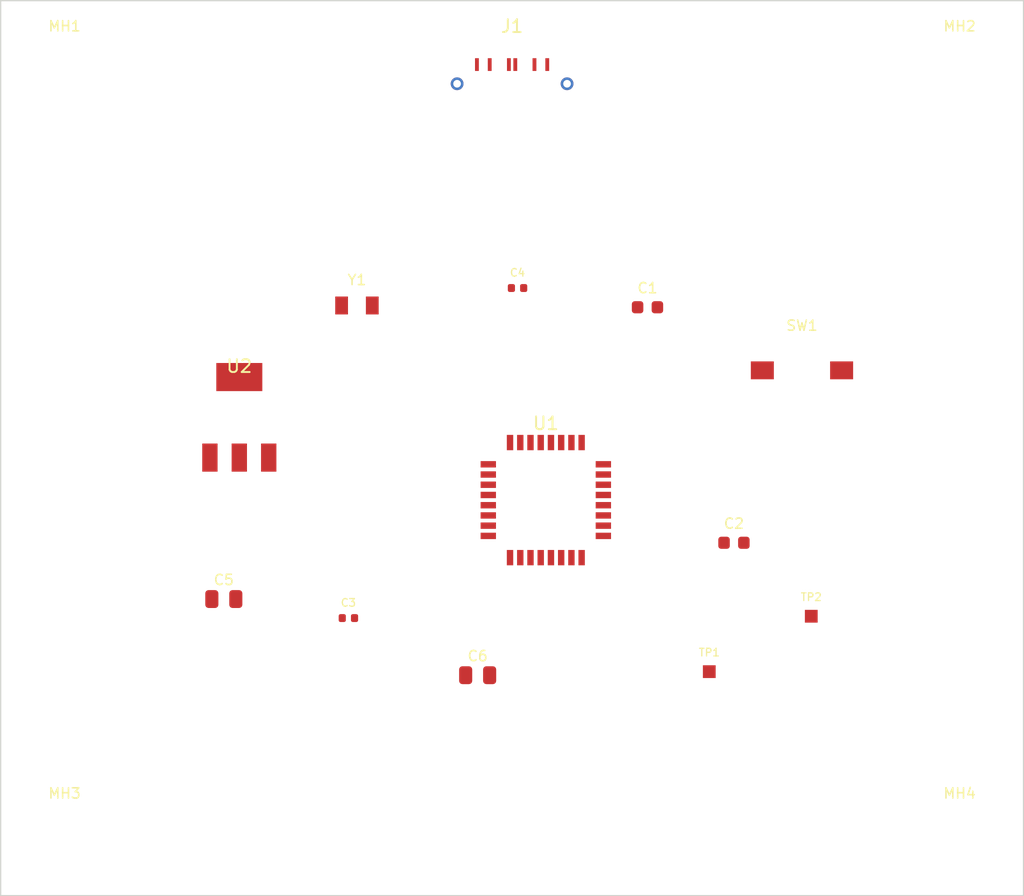
<source format=kicad_pcb>
(kicad_pcb (version 20240108) (generator "kicad-tools-demo") (generator_version "8.0")
  (layers (0 "F.Cu" signal) (31 "B.Cu" signal) (34 "B.Paste" user) (35 "F.Paste" user) (36 "B.SilkS" user "B.Silkscreen") (37 "F.SilkS" user "F.Silkscreen") (38 "B.Mask" user) (39 "F.Mask" user) (44 "Edge.Cuts" user))
  (net 0 "")
  (net 1 "VIN")
  (net 2 "VCC")
  (net 3 "GND")
  (net 4 "USB_D+")
  (net 5 "USB_D-")
  (net 6 "XTAL1")
  (net 7 "XTAL2")
  (net 8 "GPIO1")
  (net 9 "GPIO2")
  (gr_rect (start 100.0 90.0) (end 180.0 160.0) (stroke (width 0.1)) (fill none) (layer "Edge.Cuts"))
  (footprint "Package_QFP:TQFP-32_7x7mm_P0.8mm" (layer "F.Cu") (at 142.639 129.062)
    (fp_text reference "U1" (at 0 -6) (layer "F.SilkS"))
    (fp_text value "STM32F103")
    (pad "1" smd rect (at -4.500 -2.800) (size 1.2 0.5) (layers "F.Cu" "F.Paste" "F.Mask") (net 3 "GND"))
    (pad "2" smd rect (at -4.500 -2.000) (size 1.2 0.5) (layers "F.Cu" "F.Paste" "F.Mask") (net 6 "XTAL1"))
    (pad "3" smd rect (at -4.500 -1.200) (size 1.2 0.5) (layers "F.Cu" "F.Paste" "F.Mask") (net 7 "XTAL2"))
    (pad "4" smd rect (at -4.500 -0.400) (size 1.2 0.5) (layers "F.Cu" "F.Paste" "F.Mask") (net 2 "VCC"))
    (pad "5" smd rect (at -4.500 0.400) (size 1.2 0.5) (layers "F.Cu" "F.Paste" "F.Mask") (net 8 "GPIO1"))
    (pad "6" smd rect (at -4.500 1.200) (size 1.2 0.5) (layers "F.Cu" "F.Paste" "F.Mask") (net 9 "GPIO2"))
    (pad "7" smd rect (at -4.500 2.000) (size 1.2 0.5) (layers "F.Cu" "F.Paste" "F.Mask") (net 3 "GND"))
    (pad "8" smd rect (at -4.500 2.800) (size 1.2 0.5) (layers "F.Cu" "F.Paste" "F.Mask") (net 2 "VCC"))
    (pad "9" smd rect (at -2.800 4.500) (size 0.5 1.2) (layers "F.Cu" "F.Paste" "F.Mask"))
    (pad "10" smd rect (at -2.000 4.500) (size 0.5 1.2) (layers "F.Cu" "F.Paste" "F.Mask"))
    (pad "11" smd rect (at -1.200 4.500) (size 0.5 1.2) (layers "F.Cu" "F.Paste" "F.Mask"))
    (pad "12" smd rect (at -0.400 4.500) (size 0.5 1.2) (layers "F.Cu" "F.Paste" "F.Mask"))
    (pad "13" smd rect (at 0.400 4.500) (size 0.5 1.2) (layers "F.Cu" "F.Paste" "F.Mask"))
    (pad "14" smd rect (at 1.200 4.500) (size 0.5 1.2) (layers "F.Cu" "F.Paste" "F.Mask"))
    (pad "15" smd rect (at 2.000 4.500) (size 0.5 1.2) (layers "F.Cu" "F.Paste" "F.Mask"))
    (pad "16" smd rect (at 2.800 4.500) (size 0.5 1.2) (layers "F.Cu" "F.Paste" "F.Mask") (net 3 "GND"))
    (pad "17" smd rect (at 4.500 2.800) (size 1.2 0.5) (layers "F.Cu" "F.Paste" "F.Mask") (net 2 "VCC"))
    (pad "18" smd rect (at 4.500 2.000) (size 1.2 0.5) (layers "F.Cu" "F.Paste" "F.Mask"))
    (pad "19" smd rect (at 4.500 1.200) (size 1.2 0.5) (layers "F.Cu" "F.Paste" "F.Mask"))
    (pad "20" smd rect (at 4.500 0.400) (size 1.2 0.5) (layers "F.Cu" "F.Paste" "F.Mask"))
    (pad "21" smd rect (at 4.500 -0.400) (size 1.2 0.5) (layers "F.Cu" "F.Paste" "F.Mask"))
    (pad "22" smd rect (at 4.500 -1.200) (size 1.2 0.5) (layers "F.Cu" "F.Paste" "F.Mask"))
    (pad "23" smd rect (at 4.500 -2.000) (size 1.2 0.5) (layers "F.Cu" "F.Paste" "F.Mask") (net 3 "GND"))
    (pad "24" smd rect (at 4.500 -2.800) (size 1.2 0.5) (layers "F.Cu" "F.Paste" "F.Mask") (net 2 "VCC"))
    (pad "25" smd rect (at 2.800 -4.500) (size 0.5 1.2) (layers "F.Cu" "F.Paste" "F.Mask") (net 3 "GND"))
    (pad "26" smd rect (at 2.000 -4.500) (size 0.5 1.2) (layers "F.Cu" "F.Paste" "F.Mask") (net 5 "USB_D-"))
    (pad "27" smd rect (at 1.200 -4.500) (size 0.5 1.2) (layers "F.Cu" "F.Paste" "F.Mask") (net 4 "USB_D+"))
    (pad "28" smd rect (at 0.400 -4.500) (size 0.5 1.2) (layers "F.Cu" "F.Paste" "F.Mask"))
    (pad "29" smd rect (at -0.400 -4.500) (size 0.5 1.2) (layers "F.Cu" "F.Paste" "F.Mask"))
    (pad "30" smd rect (at -1.200 -4.500) (size 0.5 1.2) (layers "F.Cu" "F.Paste" "F.Mask"))
    (pad "31" smd rect (at -2.000 -4.500) (size 0.5 1.2) (layers "F.Cu" "F.Paste" "F.Mask"))
    (pad "32" smd rect (at -2.800 -4.500) (size 0.5 1.2) (layers "F.Cu" "F.Paste" "F.Mask") (net 3 "GND"))
  )
  (footprint "Capacitor_SMD:C_0603_1608Metric" (layer "F.Cu") (at 150.59 113.98)
    (fp_text reference "C1" (at 0 -1.5) (layer "F.SilkS") (effects (font (size 0.8 0.8) (thickness 0.12))))
    (fp_text value "100nF")
    (pad "1" smd roundrect (at -0.775 0) (size 0.9 0.95) (layers "F.Cu" "F.Paste" "F.Mask") (net 2 "VCC"))
    (pad "2" smd roundrect (at 0.775 0) (size 0.9 0.95) (layers "F.Cu" "F.Paste" "F.Mask") (net 3 "GND"))
  )
  (footprint "Capacitor_SMD:C_0603_1608Metric" (layer "F.Cu") (at 157.352 132.4)
    (fp_text reference "C2" (at 0 -1.5) (layer "F.SilkS") (effects (font (size 0.8 0.8) (thickness 0.12))))
    (fp_text value "10uF")
    (pad "1" smd roundrect (at -0.775 0) (size 0.9 0.95) (layers "F.Cu" "F.Paste" "F.Mask") (net 2 "VCC"))
    (pad "2" smd roundrect (at 0.775 0) (size 0.9 0.95) (layers "F.Cu" "F.Paste" "F.Mask") (net 3 "GND"))
  )
  (footprint "Crystal:Crystal_SMD_3215-2Pin_3.2x1.5mm" (layer "F.Cu") (at 127.866 113.841)
    (fp_text reference "Y1" (at 0 -2) (layer "F.SilkS") (effects (font (size 0.8 0.8) (thickness 0.12))))
    (fp_text value "8MHz")
    (pad "1" smd rect (at -1.2 0) (size 1.0 1.4) (layers "F.Cu" "F.Paste" "F.Mask") (net 6 "XTAL1"))
    (pad "2" smd rect (at 1.2 0) (size 1.0 1.4) (layers "F.Cu" "F.Paste" "F.Mask") (net 7 "XTAL2"))
  )
  (footprint "Capacitor_SMD:C_0402_1005Metric" (layer "F.Cu") (at 127.198 138.289)
    (fp_text reference "C3" (at 0 -1.2) (layer "F.SilkS") (effects (font (size 0.6 0.6) (thickness 0.1))))
    (fp_text value "20pF")
    (pad "1" smd roundrect (at -0.48 0) (size 0.56 0.62) (layers "F.Cu" "F.Paste" "F.Mask") (net 6 "XTAL1"))
    (pad "2" smd roundrect (at 0.48 0) (size 0.56 0.62) (layers "F.Cu" "F.Paste" "F.Mask") (net 3 "GND"))
  )
  (footprint "Capacitor_SMD:C_0402_1005Metric" (layer "F.Cu") (at 140.426 112.477)
    (fp_text reference "C4" (at 0 -1.2) (layer "F.SilkS") (effects (font (size 0.6 0.6) (thickness 0.1))))
    (fp_text value "20pF")
    (pad "1" smd roundrect (at -0.48 0) (size 0.56 0.62) (layers "F.Cu" "F.Paste" "F.Mask") (net 7 "XTAL2"))
    (pad "2" smd roundrect (at 0.48 0) (size 0.56 0.62) (layers "F.Cu" "F.Paste" "F.Mask") (net 3 "GND"))
  )
  (footprint "Package_TO_SOT_SMD:SOT-223-3_TabPin2" (layer "F.Cu") (at 118.666 122.589)
    (fp_text reference "U2" (at 0 -4) (layer "F.SilkS"))
    (fp_text value "AMS1117-3.3")
    (pad "1" smd rect (at -2.3 3.15) (size 1.2 2.2) (layers "F.Cu" "F.Paste" "F.Mask") (net 3 "GND"))
    (pad "2" smd rect (at 0 3.15) (size 1.2 2.2) (layers "F.Cu" "F.Paste" "F.Mask") (net 2 "VCC"))
    (pad "3" smd rect (at 2.3 3.15) (size 1.2 2.2) (layers "F.Cu" "F.Paste" "F.Mask") (net 1 "VIN"))
    (pad "4" smd rect (at 0 -3.15) (size 3.6 2.2) (layers "F.Cu" "F.Paste" "F.Mask") (net 2 "VCC"))
  )
  (footprint "Capacitor_SMD:C_0805_2012Metric" (layer "F.Cu") (at 117.455 136.801)
    (fp_text reference "C5" (at 0 -1.5) (layer "F.SilkS") (effects (font (size 0.8 0.8) (thickness 0.12))))
    (fp_text value "10uF")
    (pad "1" smd roundrect (at -0.9375 0) (size 1.025 1.4) (layers "F.Cu" "F.Paste" "F.Mask") (net 1 "VIN"))
    (pad "2" smd roundrect (at 0.9375 0) (size 1.025 1.4) (layers "F.Cu" "F.Paste" "F.Mask") (net 3 "GND"))
  )
  (footprint "Capacitor_SMD:C_0805_2012Metric" (layer "F.Cu") (at 137.307 142.757)
    (fp_text reference "C6" (at 0 -1.5) (layer "F.SilkS") (effects (font (size 0.8 0.8) (thickness 0.12))))
    (fp_text value "22uF")
    (pad "1" smd roundrect (at -0.9375 0) (size 1.025 1.4) (layers "F.Cu" "F.Paste" "F.Mask") (net 2 "VCC"))
    (pad "2" smd roundrect (at 0.9375 0) (size 1.025 1.4) (layers "F.Cu" "F.Paste" "F.Mask") (net 3 "GND"))
  )
  (footprint "Connector_USB:USB_C_Receptacle_GCT_USB4105" (layer "F.Cu") (at 140 95)
    (fp_text reference "J1" (at 0 -3) (layer "F.SilkS"))
    (fp_text value "USB-C")
    (pad "A1" smd rect (at -2.75 0.00) (size 0.3 1.0) (layers "F.Cu" "F.Paste" "F.Mask") (net 3 "GND"))
    (pad "A4" smd rect (at -1.75 0.00) (size 0.3 1.0) (layers "F.Cu" "F.Paste" "F.Mask") (net 1 "VIN"))
    (pad "A6" smd rect (at -0.25 0.00) (size 0.3 1.0) (layers "F.Cu" "F.Paste" "F.Mask") (net 4 "USB_D+"))
    (pad "A7" smd rect (at 0.25 0.00) (size 0.3 1.0) (layers "F.Cu" "F.Paste" "F.Mask") (net 5 "USB_D-"))
    (pad "A9" smd rect (at 1.75 0.00) (size 0.3 1.0) (layers "F.Cu" "F.Paste" "F.Mask") (net 1 "VIN"))
    (pad "A12" smd rect (at 2.75 0.00) (size 0.3 1.0) (layers "F.Cu" "F.Paste" "F.Mask") (net 3 "GND"))
    (pad "S1" thru_hole circle (at -4.3 1.5) (size 1.0 1.0) (drill 0.6) (layers "*.Cu" "*.Mask") (net 3 "GND"))
    (pad "S2" thru_hole circle (at 4.3 1.5) (size 1.0 1.0) (drill 0.6) (layers "*.Cu" "*.Mask") (net 3 "GND"))
  )
  (footprint "MountingHole:MountingHole_3.2mm_M3" (layer "F.Cu") (at 105 95)
    (fp_text reference "MH1" (at 0 -3) (layer "F.SilkS") (effects (font (size 0.8 0.8) (thickness 0.12))))
    (fp_text value "MountingHole")
    (pad "" np_thru_hole circle (at 0 0) (size 3.2 3.2) (drill 3.2) (layers "*.Cu" "*.Mask"))
  )
  (footprint "MountingHole:MountingHole_3.2mm_M3" (layer "F.Cu") (at 175 95)
    (fp_text reference "MH2" (at 0 -3) (layer "F.SilkS") (effects (font (size 0.8 0.8) (thickness 0.12))))
    (fp_text value "MountingHole")
    (pad "" np_thru_hole circle (at 0 0) (size 3.2 3.2) (drill 3.2) (layers "*.Cu" "*.Mask"))
  )
  (footprint "MountingHole:MountingHole_3.2mm_M3" (layer "F.Cu") (at 105 155)
    (fp_text reference "MH3" (at 0 -3) (layer "F.SilkS") (effects (font (size 0.8 0.8) (thickness 0.12))))
    (fp_text value "MountingHole")
    (pad "" np_thru_hole circle (at 0 0) (size 3.2 3.2) (drill 3.2) (layers "*.Cu" "*.Mask"))
  )
  (footprint "MountingHole:MountingHole_3.2mm_M3" (layer "F.Cu") (at 175 155)
    (fp_text reference "MH4" (at 0 -3) (layer "F.SilkS") (effects (font (size 0.8 0.8) (thickness 0.12))))
    (fp_text value "MountingHole")
    (pad "" np_thru_hole circle (at 0 0) (size 3.2 3.2) (drill 3.2) (layers "*.Cu" "*.Mask"))
  )
  (footprint "TestPoint:TestPoint_Pad_1.0x1.0mm" (layer "F.Cu") (at 155.422 142.479)
    (fp_text reference "TP1" (at 0 -1.5) (layer "F.SilkS") (effects (font (size 0.6 0.6) (thickness 0.1))))
    (fp_text value "TestPoint")
    (pad "1" smd rect (at 0 0) (size 1.0 1.0) (layers "F.Cu" "F.Paste" "F.Mask") (net 2 "VCC"))
  )
  (footprint "TestPoint:TestPoint_Pad_1.0x1.0mm" (layer "F.Cu") (at 163.399 138.146)
    (fp_text reference "TP2" (at 0 -1.5) (layer "F.SilkS") (effects (font (size 0.6 0.6) (thickness 0.1))))
    (fp_text value "TestPoint")
    (pad "1" smd rect (at 0 0) (size 1.0 1.0) (layers "F.Cu" "F.Paste" "F.Mask") (net 3 "GND"))
  )
  (footprint "Button_Switch_SMD:SW_SPST_TL3342" (layer "F.Cu") (at 162.672 118.914)
    (fp_text reference "SW1" (at 0 -3.5) (layer "F.SilkS") (effects (font (size 0.8 0.8) (thickness 0.12))))
    (fp_text value "RESET")
    (pad "1" smd rect (at -3.1 0) (size 1.8 1.4) (layers "F.Cu" "F.Paste" "F.Mask") (net 8 "GPIO1"))
    (pad "2" smd rect (at 3.1 0) (size 1.8 1.4) (layers "F.Cu" "F.Paste" "F.Mask") (net 3 "GND"))
  )
)
</source>
